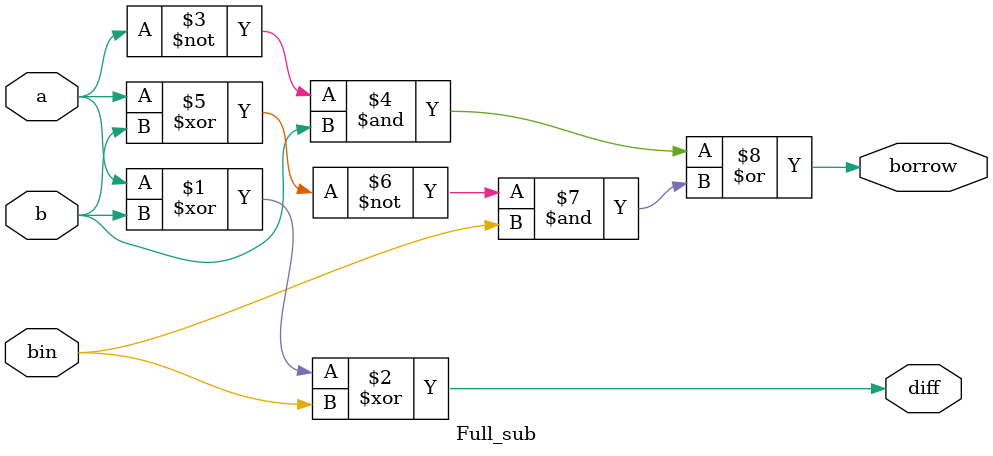
<source format=v>
module Full_sub (
    input  wire a, b, bin,       // Inputs
    output wire diff, borrow     // Outputs
);

    // Logic equations
    assign diff   = a ^ b ^ bin;                  // Difference
    assign borrow = (~a & b) | (~(a ^ b) & bin);  // Borrow logic

endmodule

</source>
